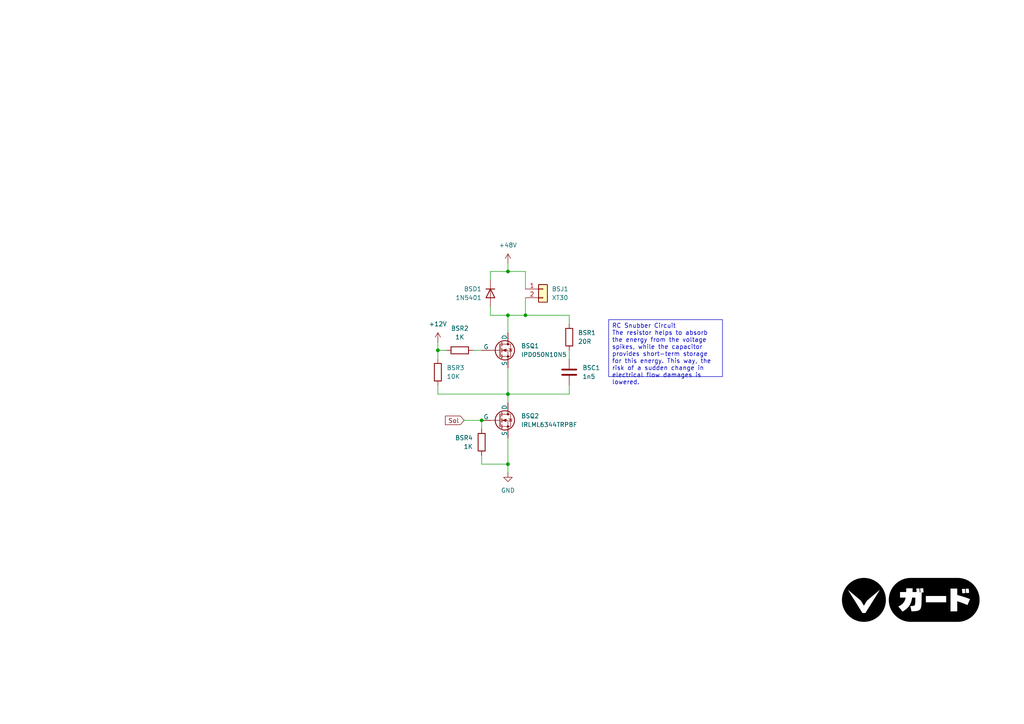
<source format=kicad_sch>
(kicad_sch (version 20231120) (generator "eeschema") (generator_version "8.0")
  (paper "A4")
  (title_block (title "Solenoid Activation Switch") (date "2024-04-11") (rev "1") (company "Sentinels Robotics") (comment 1 "Created By: Vincent Cayadi"))
  (lib_symbols
    (symbol "Connector_Generic:Conn_01x02" (pin_names (offset 1.016) hide)
      (property "Reference" "J" (at 0 2.54 0))
      (property "Value" "Conn_01x02" (at 0 -5.08 0))
      (symbol "Conn_01x02_1_1"
        (rectangle (start -1.27 -2.413) (end 0 -2.667) (stroke (width 0.1524)))
        (rectangle (start -1.27 0.127) (end 0 -0.127) (stroke (width 0.1524)))
        (rectangle (start -1.27 1.27) (end 1.27 -3.81) (stroke (width 0.254)) (fill (type background)))
        (pin passive line (at -5.08 0 0) (length 3.81) (name "Pin_1") (number "1"))
        (pin passive line (at -5.08 -2.54 0) (length 3.81) (name "Pin_2") (number "2"))
      )
    )
    (symbol "Device:C" (pin_numbers hide) (pin_names (offset 0.254))
      (property "Reference" "C" (at 0.635 2.54 0))
      (property "Value" "C" (at 0.635 -2.54 0))
      (symbol "C_0_1"
        (polyline (pts (xy -2.032 -0.762) (xy 2.032 -0.762)) (stroke (width 0.508)))
        (polyline (pts (xy -2.032 0.762) (xy 2.032 0.762)) (stroke (width 0.508)))
      )
      (symbol "C_1_1"
        (pin passive line (at 0 3.81 270) (length 2.794) (name "~") (number "1"))
        (pin passive line (at 0 -3.81 90) (length 2.794) (name "~") (number "2"))
      )
    )
    (symbol "Device:R" (pin_numbers hide) (pin_names (offset 0))
      (property "Reference" "R" (at 2.032 0 90))
      (property "Value" "R" (at 0 0 90))
      (symbol "R_0_1"
        (rectangle (start -1.016 -2.54) (end 1.016 2.54) (stroke (width 0.254)))
      )
      (symbol "R_1_1"
        (pin passive line (at 0 3.81 270) (length 1.27) (name "~") (number "1"))
        (pin passive line (at 0 -3.81 90) (length 1.27) (name "~") (number "2"))
      )
    )
    (symbol "Diode:1N5401" (pin_numbers hide) (pin_names hide)
      (property "Reference" "D" (at 0 2.54 0))
      (property "Value" "1N5401" (at 0 -2.54 0))
      (symbol "1N5401_0_1"
        (polyline (pts (xy -1.27 1.27) (xy -1.27 -1.27)) (stroke (width 0.254)))
        (polyline (pts (xy 1.27 0) (xy -1.27 0)))
        (polyline (pts (xy 1.27 1.27) (xy 1.27 -1.27) (xy -1.27 0) (xy 1.27 1.27)) (stroke (width 0.254)))
      )
      (symbol "1N5401_1_1"
        (pin passive line (at -3.81 0 0) (length 2.54) (name "K") (number "1"))
        (pin passive line (at 3.81 0 180) (length 2.54) (name "A") (number "2"))
      )
    )
    (symbol "power:+12V" (power) (pin_numbers hide) (pin_names (offset 0) hide)
      (property "Value" "+12V" (at 0 3.556 0))
      (symbol "+12V_0_1"
        (polyline (pts (xy -0.762 1.27) (xy 0 2.54)))
        (polyline (pts (xy 0 0) (xy 0 2.54)))
        (polyline (pts (xy 0 2.54) (xy 0.762 1.27)))
      )
      (symbol "+12V_1_1"
        (pin power_in line (at 0 0 90) (length 0) (name "~") (number "1"))
      )
    )
    (symbol "power:+48V" (power) (pin_numbers hide) (pin_names (offset 0) hide)
      (property "Value" "+48V" (at 0 3.556 0))
      (symbol "+48V_0_1"
        (polyline (pts (xy -0.762 1.27) (xy 0 2.54)))
        (polyline (pts (xy 0 0) (xy 0 2.54)))
        (polyline (pts (xy 0 2.54) (xy 0.762 1.27)))
      )
      (symbol "+48V_1_1"
        (pin power_in line (at 0 0 90) (length 0) (name "~") (number "1"))
      )
    )
    (symbol "power:GND" (power) (pin_numbers hide) (pin_names (offset 0) hide)
      (property "Value" "GND" (at 0 -3.81 0))
      (symbol "GND_0_1"
        (polyline (pts (xy 0 0) (xy 0 -1.27) (xy 1.27 -1.27) (xy 0 -2.54) (xy -1.27 -1.27) (xy 0 -1.27)))
      )
      (symbol "GND_1_1"
        (pin power_in line (at 0 0 270) (length 0) (name "~") (number "1"))
      )
    )
    (symbol "vincent:IPD050N10N5ATMA1" (pin_numbers hide) (pin_names (offset 0))
      (property "Reference" "Q" (at 11.43 3.81 0))
      (property "Value" "IPD050N10N5ATMA1" (at 11.43 1.27 0))
      (symbol "IPD050N10N5ATMA1_0_1"
        (polyline (pts (xy 5.334 0) (xy 2.54 0)))
        (polyline (pts (xy 5.334 1.905) (xy 5.334 -1.905)) (stroke (width 0.254)))
        (polyline (pts (xy 5.842 -1.27) (xy 5.842 -2.286)) (stroke (width 0.254)))
        (polyline (pts (xy 5.842 0.508) (xy 5.842 -0.508)) (stroke (width 0.254)))
        (polyline (pts (xy 5.842 2.286) (xy 5.842 1.27)) (stroke (width 0.254)))
        (polyline (pts (xy 7.62 2.54) (xy 7.62 1.778)))
        (polyline (pts (xy 7.62 -2.54) (xy 7.62 0) (xy 5.842 0)))
        (polyline (pts (xy 5.842 -1.778) (xy 8.382 -1.778) (xy 8.382 1.778) (xy 5.842 1.778)))
        (polyline (pts (xy 6.096 0) (xy 7.112 0.381) (xy 7.112 -0.381) (xy 6.096 0)) (fill (type outline)))
        (polyline (pts (xy 7.874 0.508) (xy 8.001 0.381) (xy 8.763 0.381) (xy 8.89 0.254)))
        (polyline (pts (xy 8.382 0.381) (xy 8.001 -0.254) (xy 8.763 -0.254) (xy 8.382 0.381)))
        (circle (center 6.731 0) (radius 2.794) (stroke (width 0.254)))
        (circle (center 7.62 -1.778) (radius 0.254) (fill (type outline)))
        (circle (center 7.62 1.778) (radius 0.254) (fill (type outline)))
      )
      (symbol "IPD050N10N5ATMA1_1_1"
        (pin input line (at 0 0 0) (length 2.54) (name "G") (number "1"))
        (pin passive line (at 7.62 5.08 270) (length 2.54) (name "D") (number "2"))
        (pin passive line (at 7.62 -5.08 90) (length 2.54) (name "S") (number "3"))
      )
    )
    (symbol "vincent:IRLML6344TRPBF" (pin_numbers hide) (pin_names (offset 0))
      (property "Reference" "Q" (at 11.43 -2.54 0))
      (property "Value" "IRLML6344TRPBF" (at 11.43 -5.08 0))
      (symbol "IRLML6344TRPBF_0_1"
        (polyline (pts (xy 5.334 -5.08) (xy 2.54 -5.08)))
        (polyline (pts (xy 5.334 -3.175) (xy 5.334 -6.985)) (stroke (width 0.254)))
        (polyline (pts (xy 5.842 -6.35) (xy 5.842 -7.366)) (stroke (width 0.254)))
        (polyline (pts (xy 5.842 -4.572) (xy 5.842 -5.588)) (stroke (width 0.254)))
        (polyline (pts (xy 5.842 -2.794) (xy 5.842 -3.81)) (stroke (width 0.254)))
        (polyline (pts (xy 7.62 -2.54) (xy 7.62 -3.302)))
        (polyline (pts (xy 7.62 -7.62) (xy 7.62 -5.08) (xy 5.842 -5.08)))
        (polyline (pts (xy 5.842 -6.858) (xy 8.382 -6.858) (xy 8.382 -3.302) (xy 5.842 -3.302)))
        (polyline (pts (xy 6.096 -5.08) (xy 7.112 -4.699) (xy 7.112 -5.461) (xy 6.096 -5.08)) (fill (type outline)))
        (polyline (pts (xy 7.874 -4.572) (xy 8.001 -4.699) (xy 8.763 -4.699) (xy 8.89 -4.826)))
        (polyline (pts (xy 8.382 -4.699) (xy 8.001 -5.334) (xy 8.763 -5.334) (xy 8.382 -4.699)))
        (circle (center 6.731 -5.08) (radius 2.794) (stroke (width 0.254)))
        (circle (center 7.62 -6.858) (radius 0.254) (fill (type outline)))
        (circle (center 7.62 -3.302) (radius 0.254) (fill (type outline)))
      )
      (symbol "IRLML6344TRPBF_1_1"
        (pin input line (at 0 -5.08 0) (length 2.54) (name "G") (number "1"))
        (pin passive line (at 7.62 -10.16 90) (length 2.54) (name "S") (number "2"))
        (pin passive line (at 7.62 0 270) (length 2.54) (name "D") (number "3"))
      )
    )
  )
  (junction (at 147.32 134.62))
  (junction (at 139.7 121.92))
  (junction (at 147.32 114.3))
  (junction (at 127 101.6))
  (junction (at 152.4 91.44))
  (junction (at 147.32 91.44))
  (junction (at 147.32 78.74))
  (wire (pts (xy 165.1 101.6) (xy 165.1 104.14)))
  (wire (pts (xy 147.32 91.44) (xy 147.32 96.52)))
  (wire (pts (xy 139.7 134.62) (xy 147.32 134.62)))
  (wire (pts (xy 147.32 78.74) (xy 152.4 78.74)))
  (wire (pts (xy 142.24 78.74) (xy 147.32 78.74)))
  (wire (pts (xy 139.7 124.46) (xy 139.7 121.92)))
  (wire (pts (xy 142.24 78.74) (xy 142.24 81.28)))
  (wire (pts (xy 137.16 101.6) (xy 139.7 101.6)))
  (wire (pts (xy 165.1 111.76) (xy 165.1 114.3)))
  (wire (pts (xy 147.32 91.44) (xy 142.24 91.44)))
  (wire (pts (xy 139.7 134.62) (xy 139.7 132.08)))
  (wire (pts (xy 152.4 91.44) (xy 165.1 91.44)))
  (wire (pts (xy 127 111.76) (xy 127 114.3)))
  (wire (pts (xy 147.32 116.84) (xy 147.32 114.3)))
  (wire (pts (xy 147.32 114.3) (xy 165.1 114.3)))
  (wire (pts (xy 147.32 106.68) (xy 147.32 114.3)))
  (wire (pts (xy 134.62 121.92) (xy 139.7 121.92)))
  (wire (pts (xy 152.4 86.36) (xy 152.4 91.44)))
  (wire (pts (xy 147.32 137.16) (xy 147.32 134.62)))
  (wire (pts (xy 127 101.6) (xy 127 104.14)))
  (wire (pts (xy 127 99.06) (xy 127 101.6)))
  (wire (pts (xy 127 114.3) (xy 147.32 114.3)))
  (wire (pts (xy 142.24 91.44) (xy 142.24 88.9)))
  (wire (pts (xy 147.32 76.2) (xy 147.32 78.74)))
  (wire (pts (xy 165.1 91.44) (xy 165.1 93.98)))
  (wire (pts (xy 152.4 83.82) (xy 152.4 78.74)))
  (wire (pts (xy 147.32 91.44) (xy 152.4 91.44)))
  (wire (pts (xy 127 101.6) (xy 129.54 101.6)))
  (wire (pts (xy 147.32 127) (xy 147.32 134.62)))
  (image (at 264.16 173.99) (scale 0.133286))
  (text_box "RC Snubber Circuit\nThe resistor helps to absorb the energy from the voltage spikes, while the capacitor provides short-term storage for this energy. This way, the risk of a sudden change in electrical flow damages is lowered." (at 176.53 92.71 0) (size 33.02 16.51) (effects (font (size 1.27 1.27)) (justify left top)))
  (global_label "Sol" (shape input) (at 134.62 121.92 180) (property "Intersheetrefs" "${INTERSHEET_REFS}" (effects (hide yes))))
  (symbol (lib_id "Device:C") (at 165.1 107.95 0) (unit 1)
    (property "Reference" "BSC1" (at 168.91 106.68 0) (effects (justify left)))
    (property "Value" "1n5" (at 168.91 109.22 0) (effects (justify left)))
    (property "Footprint" "Library:cap0603" (effects (hide yes)))
    (property "LCSC" "C107060" (effects (hide yes)))
  )
  (symbol (lib_id "Device:R") (at 165.1 97.79 0) (mirror y) (unit 1)
    (property "Reference" "BSR1" (at 167.64 96.52 0) (effects (justify right)))
    (property "Value" "20R" (at 167.64 99.06 0) (effects (justify right)))
    (property "Footprint" "Library:res0603" (effects (hide yes)))
    (property "LCSC" "C22950" (effects (hide yes)))
  )
  (symbol (lib_id "Diode:1N5401") (at 142.24 85.09 90) (mirror x) (unit 1)
    (property "Reference" "BSD1" (at 139.7 83.82 90) (effects (justify left)))
    (property "Value" "1N5401" (at 139.7 86.36 90) (effects (justify left)))
    (property "Footprint" "Diode_THT:D_DO-201AD_P15.24mm_Horizontal" (effects (hide yes)))
    (property "Datasheet" "http://www.vishay.com/docs/88516/1n5400.pdf" (effects (hide yes)))
    (property "LCSC" "C179506" (effects (hide yes)))
    (property "Sim.Device" "D" (effects (hide yes)))
    (property "Sim.Pins" "1=K 2=A" (effects (hide yes)))
  )
  (symbol (lib_id "Connector_Generic:Conn_01x02") (at 157.48 83.82 0) (unit 1)
    (property "Reference" "BSJ1" (at 160.02 83.82 0) (effects (justify left)))
    (property "Value" "XT30" (at 160.02 86.36 0) (effects (justify left)))
    (property "Footprint" "Library:xt30-f" (effects (hide yes)))
    (property "LCSC" "C108769" (effects (hide yes)))
  )
  (symbol (lib_id "vincent:IPD050N10N5ATMA1") (at 139.7 101.6 0) (unit 1)
    (property "Reference" "BSQ1" (at 151.13 100.3299 0) (effects (justify left)))
    (property "Value" "IPD050N10N5" (at 151.13 102.8699 0) (effects (justify left)))
    (property "Footprint" "Library:TO-220-3_Vertical" (effects (hide yes)))
    (property "Datasheet" "https://www.infineon.com/dgdl/Infineon-IPD050N10N5-DS-v02_01-EN.pdf?fileId=5546d4625b3ca4ec015b615bb7536713" (effects (hide yes)))
    (property "LCSC" "C13678" (effects (hide yes)))
    (property "Mouser Part Number" "726-IPD050N10N5ATMA1" (effects (hide yes)))
    (property "Manufacturer_Name" "Infineon" (effects (hide yes)))
    (property "Manufacturer_Part_Number" "IPD050N10N5ATMA1" (effects (hide yes)))
    (property "Height" "2.41" (effects (hide yes)))
    (property "Mouser Price/Stock" "https://www.mouser.co.uk/ProductDetail/Infineon-Technologies/IPD050N10N5ATMA1?qs=u4fy%2FsgLU9Pgz4QwaVUqjg%3D%3D" (effects (hide yes)))
  )
  (symbol (lib_id "Device:R") (at 133.35 101.6 90) (unit 1)
    (property "Reference" "BSR2" (at 133.35 95.25 90))
    (property "Value" "1K" (at 133.35 97.79 90))
    (property "Footprint" "Library:res0603" (effects (hide yes)))
    (property "LCSC" "C21190" (effects (hide yes)))
  )
  (symbol (lib_id "vincent:IRLML6344TRPBF") (at 139.7 116.84 0) (unit 1)
    (property "Reference" "BSQ2" (at 151.13 120.6499 0) (effects (justify left)))
    (property "Value" "IRLML6344TRPBF" (at 151.13 123.1899 0) (effects (justify left)))
    (property "Footprint" "Library:SOT95P237X112-3N" (effects (hide yes)))
    (property "Datasheet" "https://www.infineon.com/dgdl/irlml6344pbf.pdf?fileId=5546d462533600a4015356689c44262c" (effects (hide yes)))
    (property "Height" "1.12" (effects (hide yes)))
    (property "Mouser Part Number" "942-IRLML6344TRPBF" (effects (hide yes)))
    (property "Mouser Price/Stock" "https://www.mouser.co.uk/ProductDetail/Infineon-Technologies/IRLML6344TRPBF?qs=9%252BKlkBgLFf2w4qS48UOXVw%3D%3D" (effects (hide yes)))
    (property "Manufacturer_Name" "Infineon" (effects (hide yes)))
    (property "Manufacturer_Part_Number" "IRLML6344TRPBF" (effects (hide yes)))
  )
  (symbol (lib_id "Device:R") (at 127 107.95 0) (unit 1)
    (property "Reference" "BSR3" (at 129.54 106.6799 0) (effects (justify left)))
    (property "Value" "10K" (at 129.54 109.2199 0) (effects (justify left)))
    (property "Footprint" "Library:res0603" (effects (hide yes)))
    (property "LCSC" "C25804" (effects (hide yes)))
  )
  (symbol (lib_id "power:+48V") (at 147.32 76.2 0) (unit 1)
    (property "Reference" "#PWR033" (effects (hide yes)))
    (property "Value" "+48V" (at 147.32 71.12 0))
    (property "Description" "Power symbol creates a global label with name \"+48V\"" (effects (hide yes)))
  )
  (symbol (lib_id "power:GND") (at 147.32 137.16 0) (unit 1)
    (property "Reference" "#PWR035" (effects (hide yes)))
    (property "Value" "GND" (at 147.32 142.24 0))
    (property "Description" "Power symbol creates a global label with name \"GND\" , ground" (effects (hide yes)))
  )
  (symbol (lib_id "Device:R") (at 139.7 128.27 0) (unit 1)
    (property "Reference" "BSR4" (at 137.16 126.9999 0) (effects (justify right)))
    (property "Value" "1K" (at 137.16 129.5399 0) (effects (justify right)))
    (property "Footprint" "Library:res0603" (effects (hide yes)))
    (property "LCSC" "C21190" (effects (hide yes)))
  )
  (symbol (lib_id "power:+12V") (at 127 99.06 0) (unit 1)
    (property "Reference" "#PWR034" (effects (hide yes)))
    (property "Value" "+12V" (at 127 93.98 0))
    (property "Description" "Power symbol creates a global label with name \"+12V\"" (effects (hide yes)))
  )
)
</source>
